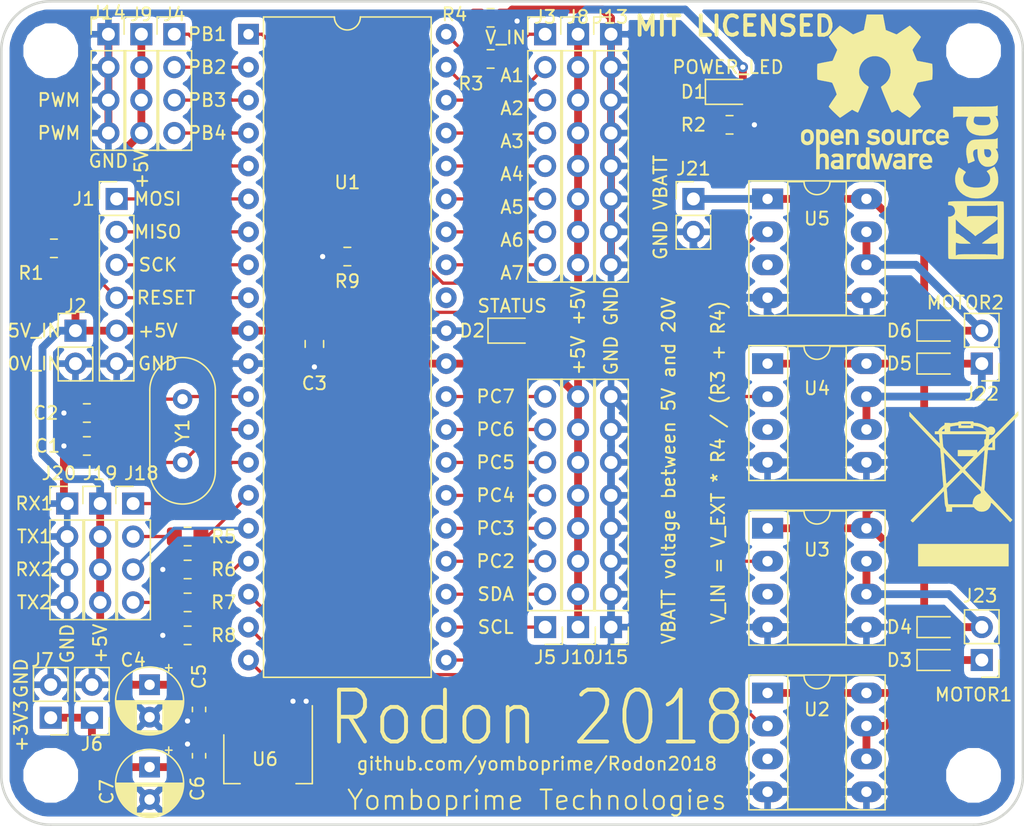
<source format=kicad_pcb>
(kicad_pcb (version 20171130) (host pcbnew 5.0.1-33cea8e~68~ubuntu18.04.1)
  (layers (0 F.Cu signal) (31 B.Cu signal) (34 B.Paste user) (35 F.Paste user) (36 B.SilkS user) (37 F.SilkS user) (38 B.Mask user) (39 F.Mask user) (44 Edge.Cuts user))
  (net 0 "")
  (net 1 GND)
  (net 2 "Net-(C1-Pad1)")
  (net 3 "Net-(C2-Pad1)")
  (net 4 +5V)
  (net 5 "Net-(D1-Pad1)")
  (net 6 "Net-(D2-Pad1)")
  (net 7 STATUS_LED)
  (net 8 +BATT)
  (net 9 "Net-(D3-Pad2)")
  (net 10 "Net-(D4-Pad2)")
  (net 11 "Net-(D5-Pad2)")
  (net 12 "Net-(D6-Pad2)")
  (net 13 MOSI)
  (net 14 MISO)
  (net 15 SCK)
  (net 16 RESET)
  (net 17 V_EXT)
  (net 18 "Net-(J3-Pad2)")
  (net 19 "Net-(J3-Pad3)")
  (net 20 "Net-(J3-Pad4)")
  (net 21 "Net-(J3-Pad5)")
  (net 22 "Net-(J3-Pad6)")
  (net 23 "Net-(J3-Pad7)")
  (net 24 "Net-(J3-Pad8)")
  (net 25 "Net-(J4-Pad1)")
  (net 26 "Net-(J4-Pad2)")
  (net 27 "Net-(J4-Pad3)")
  (net 28 "Net-(J4-Pad4)")
  (net 29 "Net-(J5-Pad1)")
  (net 30 "Net-(J5-Pad2)")
  (net 31 TX2)
  (net 32 RX2)
  (net 33 TX1)
  (net 34 RX1)
  (net 35 V_IN)
  (net 36 TX1_INT)
  (net 37 TX2_INT)
  (net 38 MOTOR1A)
  (net 39 MOTOR1B)
  (net 40 MOTOR2A)
  (net 41 MOTOR2B)
  (net 42 "Net-(U1-Pad32)")
  (net 43 "Net-(U2-Pad3)")
  (net 44 "Net-(U3-Pad3)")
  (net 45 "Net-(U4-Pad3)")
  (net 46 "Net-(U5-Pad3)")
  (net 47 "Net-(J5-Pad3)")
  (net 48 "Net-(J5-Pad4)")
  (net 49 "Net-(J5-Pad5)")
  (net 50 "Net-(J5-Pad6)")
  (net 51 "Net-(J5-Pad7)")
  (net 52 "Net-(J5-Pad8)")
  (net 53 "Net-(C6-Pad1)")
  (module Package_DIP:DIP-8_W7.62mm_Socket_LongPads (layer F.Cu) (at 133.985 78.74)
    (fp_text reference U4 (at 3.81 1.905) (layer F.SilkS))
    (fp_text value TC4422)
    (pad 1 thru_hole rect (at 0 0) (size 2.4 1.6) (drill 0.8) (layers *.Cu *.Mask) (net 8 +BATT))
    (pad 5 thru_hole oval (at 7.62 7.62) (size 2.4 1.6) (drill 0.8) (layers *.Cu *.Mask) (net 1 GND))
    (pad 2 thru_hole oval (at 0 2.54) (size 2.4 1.6) (drill 0.8) (layers *.Cu *.Mask) (net 40 MOTOR2A))
    (pad 6 thru_hole oval (at 7.62 5.08) (size 2.4 1.6) (drill 0.8) (layers *.Cu *.Mask) (net 11 "Net-(D5-Pad2)"))
    (pad 3 thru_hole oval (at 0 5.08) (size 2.4 1.6) (drill 0.8) (layers *.Cu *.Mask) (net 45 "Net-(U4-Pad3)"))
    (pad 7 thru_hole oval (at 7.62 2.54) (size 2.4 1.6) (drill 0.8) (layers *.Cu *.Mask) (net 11 "Net-(D5-Pad2)"))
    (pad 4 thru_hole oval (at 0 7.62) (size 2.4 1.6) (drill 0.8) (layers *.Cu *.Mask) (net 1 GND))
    (pad 8 thru_hole oval (at 7.62 0) (size 2.4 1.6) (drill 0.8) (layers *.Cu *.Mask) (net 8 +BATT))
  )
  (module Capacitor_SMD:C_0805_2012Metric_Pad1.15x1.40mm_HandSolder (layer F.Cu) (at 81.525 85.09 180)
    (fp_text reference C1 (at 3.039 0 180) (layer F.SilkS))
    (fp_text value 22pF)
    (pad 2 smd roundrect (at 1.025 0 180) (size 1.15 1.4) (layers F.Cu F.Paste F.Mask) (roundrect_rratio 0.217391) (net 1 GND))
    (pad 1 smd roundrect (at -1.025 0 180) (size 1.15 1.4) (layers F.Cu F.Paste F.Mask) (roundrect_rratio 0.217391) (net 2 "Net-(C1-Pad1)"))
  )
  (module Capacitor_SMD:C_0805_2012Metric_Pad1.15x1.40mm_HandSolder (layer F.Cu) (at 81.525 82.55 180)
    (fp_text reference C2 (at 3.166 0 180) (layer F.SilkS))
    (fp_text value 22pF)
    (pad 1 smd roundrect (at -1.025 0 180) (size 1.15 1.4) (layers F.Cu F.Paste F.Mask) (roundrect_rratio 0.217391) (net 3 "Net-(C2-Pad1)"))
    (pad 2 smd roundrect (at 1.025 0 180) (size 1.15 1.4) (layers F.Cu F.Paste F.Mask) (roundrect_rratio 0.217391) (net 1 GND))
  )
  (module Capacitor_SMD:C_0805_2012Metric_Pad1.15x1.40mm_HandSolder (layer F.Cu) (at 99.06 77.225 270)
    (fp_text reference C3 (at 3.039 0 180) (layer F.SilkS))
    (fp_text value 100nF)
    (pad 1 smd roundrect (at -1.025 0 270) (size 1.15 1.4) (layers F.Cu F.Paste F.Mask) (roundrect_rratio 0.217391) (net 4 +5V))
    (pad 2 smd roundrect (at 1.025 0 270) (size 1.15 1.4) (layers F.Cu F.Paste F.Mask) (roundrect_rratio 0.217391) (net 1 GND))
  )
  (module Diode_SMD:D_0805_2012Metric_Pad1.15x1.40mm_HandSolder (layer F.Cu) (at 131.055 57.785)
    (fp_text reference D1 (at -2.785 0) (layer F.SilkS))
    (fp_text value POWER_LED)
    (pad 2 smd roundrect (at 1.025 0) (size 1.15 1.4) (layers F.Cu F.Paste F.Mask) (roundrect_rratio 0.217391) (net 4 +5V))
    (pad 1 smd roundrect (at -1.025 0) (size 1.15 1.4) (layers F.Cu F.Paste F.Mask) (roundrect_rratio 0.217391) (net 5 "Net-(D1-Pad1)"))
  )
  (module Diode_SMD:D_0805_2012Metric_Pad1.15x1.40mm_HandSolder (layer F.Cu) (at 114.3 76.2)
    (fp_text reference D2 (at -3.075 0) (layer F.SilkS))
    (fp_text value STATUS_LED)
    (pad 1 smd roundrect (at -1.025 0) (size 1.15 1.4) (layers F.Cu F.Paste F.Mask) (roundrect_rratio 0.217391) (net 6 "Net-(D2-Pad1)"))
    (pad 2 smd roundrect (at 1.025 0) (size 1.15 1.4) (layers F.Cu F.Paste F.Mask) (roundrect_rratio 0.217391) (net 7 STATUS_LED))
  )
  (module Diode_SMD:D_SOD-110 (layer F.Cu) (at 147.005 101.6)
    (fp_text reference D3 (at -2.86 0) (layer F.SilkS))
    (fp_text value D hide)
    (pad 1 smd rect (at -0.95 0) (size 0.8 1) (layers F.Cu F.Paste F.Mask) (net 8 +BATT))
    (pad 2 smd rect (at 0.95 0) (size 0.8 1) (layers F.Cu F.Paste F.Mask) (net 9 "Net-(D3-Pad2)"))
  )
  (module Diode_SMD:D_SOD-110 (layer F.Cu) (at 147.005 99.06)
    (fp_text reference D4 (at -2.86 0) (layer F.SilkS))
    (fp_text value D hide)
    (pad 2 smd rect (at 0.95 0) (size 0.8 1) (layers F.Cu F.Paste F.Mask) (net 10 "Net-(D4-Pad2)"))
    (pad 1 smd rect (at -0.95 0) (size 0.8 1) (layers F.Cu F.Paste F.Mask) (net 8 +BATT))
  )
  (module Diode_SMD:D_SOD-110 (layer F.Cu) (at 147.005 78.74)
    (fp_text reference D5 (at -2.86 0) (layer F.SilkS))
    (fp_text value D hide)
    (pad 1 smd rect (at -0.95 0) (size 0.8 1) (layers F.Cu F.Paste F.Mask) (net 8 +BATT))
    (pad 2 smd rect (at 0.95 0) (size 0.8 1) (layers F.Cu F.Paste F.Mask) (net 11 "Net-(D5-Pad2)"))
  )
  (module Diode_SMD:D_SOD-110 (layer F.Cu) (at 147.005 76.2)
    (fp_text reference D6 (at -2.86 0) (layer F.SilkS))
    (fp_text value D hide)
    (pad 2 smd rect (at 0.95 0) (size 0.8 1) (layers F.Cu F.Paste F.Mask) (net 12 "Net-(D6-Pad2)"))
    (pad 1 smd rect (at -0.95 0) (size 0.8 1) (layers F.Cu F.Paste F.Mask) (net 8 +BATT))
  )
  (module Connector_PinHeader_2.54mm:PinHeader_1x06_P2.54mm_Vertical (layer F.Cu) (at 83.82 66.04)
    (fp_text reference J1 (at -2.54 0) (layer F.SilkS))
    (fp_text value PROG_CONN)
    (pad 1 thru_hole rect (at 0 0) (size 1.7 1.7) (drill 1) (layers *.Cu *.Mask) (net 13 MOSI))
    (pad 2 thru_hole oval (at 0 2.54) (size 1.7 1.7) (drill 1) (layers *.Cu *.Mask) (net 14 MISO))
    (pad 3 thru_hole oval (at 0 5.08) (size 1.7 1.7) (drill 1) (layers *.Cu *.Mask) (net 15 SCK))
    (pad 4 thru_hole oval (at 0 7.62) (size 1.7 1.7) (drill 1) (layers *.Cu *.Mask) (net 16 RESET))
    (pad 5 thru_hole oval (at 0 10.16) (size 1.7 1.7) (drill 1) (layers *.Cu *.Mask) (net 4 +5V))
    (pad 6 thru_hole oval (at 0 12.7) (size 1.7 1.7) (drill 1) (layers *.Cu *.Mask) (net 1 GND))
  )
  (module Connector_PinHeader_2.54mm:PinHeader_1x02_P2.54mm_Vertical (layer F.Cu) (at 80.645 76.2)
    (fp_text reference J2 (at 0 -1.905) (layer F.SilkS))
    (fp_text value 5V_CONN)
    (pad 2 thru_hole oval (at 0 2.54) (size 1.7 1.7) (drill 1) (layers *.Cu *.Mask) (net 1 GND))
    (pad 1 thru_hole rect (at 0 0) (size 1.7 1.7) (drill 1) (layers *.Cu *.Mask) (net 4 +5V))
  )
  (module Connector_PinHeader_2.54mm:PinHeader_1x08_P2.54mm_Vertical (layer F.Cu) (at 116.84 53.34)
    (fp_text reference J3 (at 0 -1.33) (layer F.SilkS))
    (fp_text value PA hide)
    (pad 1 thru_hole rect (at 0 0) (size 1.7 1.7) (drill 1) (layers *.Cu *.Mask) (net 17 V_EXT))
    (pad 2 thru_hole oval (at 0 2.54) (size 1.7 1.7) (drill 1) (layers *.Cu *.Mask) (net 18 "Net-(J3-Pad2)"))
    (pad 3 thru_hole oval (at 0 5.08) (size 1.7 1.7) (drill 1) (layers *.Cu *.Mask) (net 19 "Net-(J3-Pad3)"))
    (pad 4 thru_hole oval (at 0 7.62) (size 1.7 1.7) (drill 1) (layers *.Cu *.Mask) (net 20 "Net-(J3-Pad4)"))
    (pad 5 thru_hole oval (at 0 10.16) (size 1.7 1.7) (drill 1) (layers *.Cu *.Mask) (net 21 "Net-(J3-Pad5)"))
    (pad 6 thru_hole oval (at 0 12.7) (size 1.7 1.7) (drill 1) (layers *.Cu *.Mask) (net 22 "Net-(J3-Pad6)"))
    (pad 7 thru_hole oval (at 0 15.24) (size 1.7 1.7) (drill 1) (layers *.Cu *.Mask) (net 23 "Net-(J3-Pad7)"))
    (pad 8 thru_hole oval (at 0 17.78) (size 1.7 1.7) (drill 1) (layers *.Cu *.Mask) (net 24 "Net-(J3-Pad8)"))
  )
  (module Connector_PinHeader_2.54mm:PinHeader_1x04_P2.54mm_Vertical (layer F.Cu) (at 88.265 53.34)
    (fp_text reference J4 (at 0 -1.524) (layer F.SilkS))
    (fp_text value PB hide)
    (pad 1 thru_hole rect (at 0 0) (size 1.7 1.7) (drill 1) (layers *.Cu *.Mask) (net 25 "Net-(J4-Pad1)"))
    (pad 2 thru_hole oval (at 0 2.54) (size 1.7 1.7) (drill 1) (layers *.Cu *.Mask) (net 26 "Net-(J4-Pad2)"))
    (pad 3 thru_hole oval (at 0 5.08) (size 1.7 1.7) (drill 1) (layers *.Cu *.Mask) (net 27 "Net-(J4-Pad3)"))
    (pad 4 thru_hole oval (at 0 7.62) (size 1.7 1.7) (drill 1) (layers *.Cu *.Mask) (net 28 "Net-(J4-Pad4)"))
  )
  (module Connector_PinHeader_2.54mm:PinHeader_1x08_P2.54mm_Vertical (layer F.Cu) (at 119.38 53.34)
    (fp_text reference J8 (at 0 -1.33) (layer F.SilkS))
    (fp_text value PA_5V hide)
    (pad 8 thru_hole oval (at 0 17.78) (size 1.7 1.7) (drill 1) (layers *.Cu *.Mask) (net 4 +5V))
    (pad 7 thru_hole oval (at 0 15.24) (size 1.7 1.7) (drill 1) (layers *.Cu *.Mask) (net 4 +5V))
    (pad 6 thru_hole oval (at 0 12.7) (size 1.7 1.7) (drill 1) (layers *.Cu *.Mask) (net 4 +5V))
    (pad 5 thru_hole oval (at 0 10.16) (size 1.7 1.7) (drill 1) (layers *.Cu *.Mask) (net 4 +5V))
    (pad 4 thru_hole oval (at 0 7.62) (size 1.7 1.7) (drill 1) (layers *.Cu *.Mask) (net 4 +5V))
    (pad 3 thru_hole oval (at 0 5.08) (size 1.7 1.7) (drill 1) (layers *.Cu *.Mask) (net 4 +5V))
    (pad 2 thru_hole oval (at 0 2.54) (size 1.7 1.7) (drill 1) (layers *.Cu *.Mask) (net 4 +5V))
    (pad 1 thru_hole rect (at 0 0) (size 1.7 1.7) (drill 1) (layers *.Cu *.Mask) (net 4 +5V))
  )
  (module Connector_PinHeader_2.54mm:PinHeader_1x04_P2.54mm_Vertical (layer F.Cu) (at 85.725 53.34)
    (fp_text reference J9 (at 0 -1.524) (layer F.SilkS))
    (fp_text value PB_5V hide)
    (pad 4 thru_hole oval (at 0 7.62) (size 1.7 1.7) (drill 1) (layers *.Cu *.Mask) (net 4 +5V))
    (pad 3 thru_hole oval (at 0 5.08) (size 1.7 1.7) (drill 1) (layers *.Cu *.Mask) (net 4 +5V))
    (pad 2 thru_hole oval (at 0 2.54) (size 1.7 1.7) (drill 1) (layers *.Cu *.Mask) (net 4 +5V))
    (pad 1 thru_hole rect (at 0 0) (size 1.7 1.7) (drill 1) (layers *.Cu *.Mask) (net 4 +5V))
  )
  (module Connector_PinHeader_2.54mm:PinHeader_1x08_P2.54mm_Vertical (layer F.Cu) (at 121.92 53.34)
    (fp_text reference J13 (at 0 -1.33) (layer F.SilkS))
    (fp_text value PA_GND hide)
    (pad 1 thru_hole rect (at 0 0) (size 1.7 1.7) (drill 1) (layers *.Cu *.Mask) (net 1 GND))
    (pad 2 thru_hole oval (at 0 2.54) (size 1.7 1.7) (drill 1) (layers *.Cu *.Mask) (net 1 GND))
    (pad 3 thru_hole oval (at 0 5.08) (size 1.7 1.7) (drill 1) (layers *.Cu *.Mask) (net 1 GND))
    (pad 4 thru_hole oval (at 0 7.62) (size 1.7 1.7) (drill 1) (layers *.Cu *.Mask) (net 1 GND))
    (pad 5 thru_hole oval (at 0 10.16) (size 1.7 1.7) (drill 1) (layers *.Cu *.Mask) (net 1 GND))
    (pad 6 thru_hole oval (at 0 12.7) (size 1.7 1.7) (drill 1) (layers *.Cu *.Mask) (net 1 GND))
    (pad 7 thru_hole oval (at 0 15.24) (size 1.7 1.7) (drill 1) (layers *.Cu *.Mask) (net 1 GND))
    (pad 8 thru_hole oval (at 0 17.78) (size 1.7 1.7) (drill 1) (layers *.Cu *.Mask) (net 1 GND))
  )
  (module Connector_PinHeader_2.54mm:PinHeader_1x04_P2.54mm_Vertical (layer F.Cu) (at 83.185 53.34)
    (fp_text reference J14 (at 0 -1.651) (layer F.SilkS))
    (fp_text value PB_GND hide)
    (pad 1 thru_hole rect (at 0 0) (size 1.7 1.7) (drill 1) (layers *.Cu *.Mask) (net 1 GND))
    (pad 2 thru_hole oval (at 0 2.54) (size 1.7 1.7) (drill 1) (layers *.Cu *.Mask) (net 1 GND))
    (pad 3 thru_hole oval (at 0 5.08) (size 1.7 1.7) (drill 1) (layers *.Cu *.Mask) (net 1 GND))
    (pad 4 thru_hole oval (at 0 7.62) (size 1.7 1.7) (drill 1) (layers *.Cu *.Mask) (net 1 GND))
  )
  (module Connector_PinHeader_2.54mm:PinHeader_1x04_P2.54mm_Vertical (layer F.Cu) (at 85.09 89.535)
    (fp_text reference J18 (at 0.635 -2.33) (layer F.SilkS))
    (fp_text value COM)
    (pad 4 thru_hole oval (at 0 7.62) (size 1.7 1.7) (drill 1) (layers *.Cu *.Mask) (net 31 TX2))
    (pad 3 thru_hole oval (at 0 5.08) (size 1.7 1.7) (drill 1) (layers *.Cu *.Mask) (net 32 RX2))
    (pad 2 thru_hole oval (at 0 2.54) (size 1.7 1.7) (drill 1) (layers *.Cu *.Mask) (net 33 TX1))
    (pad 1 thru_hole rect (at 0 0) (size 1.7 1.7) (drill 1) (layers *.Cu *.Mask) (net 34 RX1))
  )
  (module Connector_PinHeader_2.54mm:PinHeader_1x04_P2.54mm_Vertical (layer F.Cu) (at 82.55 89.535)
    (fp_text reference J19 (at 0 -2.33) (layer F.SilkS))
    (fp_text value COM_5V hide)
    (pad 1 thru_hole rect (at 0 0) (size 1.7 1.7) (drill 1) (layers *.Cu *.Mask) (net 4 +5V))
    (pad 2 thru_hole oval (at 0 2.54) (size 1.7 1.7) (drill 1) (layers *.Cu *.Mask) (net 4 +5V))
    (pad 3 thru_hole oval (at 0 5.08) (size 1.7 1.7) (drill 1) (layers *.Cu *.Mask) (net 4 +5V))
    (pad 4 thru_hole oval (at 0 7.62) (size 1.7 1.7) (drill 1) (layers *.Cu *.Mask) (net 4 +5V))
  )
  (module Connector_PinHeader_2.54mm:PinHeader_1x04_P2.54mm_Vertical (layer F.Cu) (at 80.01 89.535)
    (fp_text reference J20 (at -0.635 -2.33) (layer F.SilkS))
    (fp_text value COM_GND hide)
    (pad 4 thru_hole oval (at 0 7.62) (size 1.7 1.7) (drill 1) (layers *.Cu *.Mask) (net 1 GND))
    (pad 3 thru_hole oval (at 0 5.08) (size 1.7 1.7) (drill 1) (layers *.Cu *.Mask) (net 1 GND))
    (pad 2 thru_hole oval (at 0 2.54) (size 1.7 1.7) (drill 1) (layers *.Cu *.Mask) (net 1 GND))
    (pad 1 thru_hole rect (at 0 0) (size 1.7 1.7) (drill 1) (layers *.Cu *.Mask) (net 1 GND))
  )
  (module Connector_PinHeader_2.54mm:PinHeader_1x02_P2.54mm_Vertical (layer F.Cu) (at 128.27 66.04)
    (fp_text reference J21 (at 0 -2.33) (layer F.SilkS))
    (fp_text value POWER_CONN)
    (pad 1 thru_hole rect (at 0 0) (size 1.7 1.7) (drill 1) (layers *.Cu *.Mask) (net 8 +BATT))
    (pad 2 thru_hole oval (at 0 2.54) (size 1.7 1.7) (drill 1) (layers *.Cu *.Mask) (net 1 GND))
  )
  (module Connector_PinHeader_2.54mm:PinHeader_1x02_P2.54mm_Vertical (layer F.Cu) (at 150.495 78.74 180)
    (fp_text reference J22 (at 0 -2.33 180) (layer F.SilkS))
    (fp_text value MOTOR2)
    (pad 1 thru_hole rect (at 0 0 180) (size 1.7 1.7) (drill 1) (layers *.Cu *.Mask) (net 11 "Net-(D5-Pad2)"))
    (pad 2 thru_hole oval (at 0 2.54 180) (size 1.7 1.7) (drill 1) (layers *.Cu *.Mask) (net 12 "Net-(D6-Pad2)"))
  )
  (module Connector_PinHeader_2.54mm:PinHeader_1x02_P2.54mm_Vertical (layer F.Cu) (at 150.495 101.6 180)
    (fp_text reference J23 (at 0.127 4.953 180) (layer F.SilkS))
    (fp_text value MOTOR1)
    (pad 2 thru_hole oval (at 0 2.54 180) (size 1.7 1.7) (drill 1) (layers *.Cu *.Mask) (net 10 "Net-(D4-Pad2)"))
    (pad 1 thru_hole rect (at 0 0 180) (size 1.7 1.7) (drill 1) (layers *.Cu *.Mask) (net 9 "Net-(D3-Pad2)"))
  )
  (module Resistor_SMD:R_0805_2012Metric_Pad1.15x1.40mm_HandSolder (layer F.Cu) (at 78.985 69.85 180)
    (fp_text reference R1 (at 1.769 -1.905 180) (layer F.SilkS))
    (fp_text value 10K)
    (pad 1 smd roundrect (at -1.025 0 180) (size 1.15 1.4) (layers F.Cu F.Paste F.Mask) (roundrect_rratio 0.217391) (net 16 RESET))
    (pad 2 smd roundrect (at 1.025 0 180) (size 1.15 1.4) (layers F.Cu F.Paste F.Mask) (roundrect_rratio 0.217391) (net 4 +5V))
  )
  (module Resistor_SMD:R_0805_2012Metric_Pad1.15x1.40mm_HandSolder (layer F.Cu) (at 131.055 60.325 180)
    (fp_text reference R2 (at 2.785 0 180) (layer F.SilkS))
    (fp_text value 330)
    (pad 1 smd roundrect (at -1.025 0 180) (size 1.15 1.4) (layers F.Cu F.Paste F.Mask) (roundrect_rratio 0.217391) (net 1 GND))
    (pad 2 smd roundrect (at 1.025 0 180) (size 1.15 1.4) (layers F.Cu F.Paste F.Mask) (roundrect_rratio 0.217391) (net 5 "Net-(D1-Pad1)"))
  )
  (module Resistor_SMD:R_0805_2012Metric_Pad1.15x1.40mm_HandSolder (layer F.Cu) (at 112.64 55.245 180)
    (fp_text reference R3 (at 1.515 -1.905 180) (layer F.SilkS))
    (fp_text value RA)
    (pad 1 smd roundrect (at -1.025 0 180) (size 1.15 1.4) (layers F.Cu F.Paste F.Mask) (roundrect_rratio 0.217391) (net 17 V_EXT))
    (pad 2 smd roundrect (at 1.025 0 180) (size 1.15 1.4) (layers F.Cu F.Paste F.Mask) (roundrect_rratio 0.217391) (net 35 V_IN))
  )
  (module Resistor_SMD:R_0805_2012Metric_Pad1.15x1.40mm_HandSolder (layer F.Cu) (at 112.64 52.07)
    (fp_text reference R4 (at -2.785 -0.254) (layer F.SilkS))
    (fp_text value RB)
    (pad 2 smd roundrect (at 1.025 0) (size 1.15 1.4) (layers F.Cu F.Paste F.Mask) (roundrect_rratio 0.217391) (net 1 GND))
    (pad 1 smd roundrect (at -1.025 0) (size 1.15 1.4) (layers F.Cu F.Paste F.Mask) (roundrect_rratio 0.217391) (net 35 V_IN))
  )
  (module Resistor_SMD:R_0805_2012Metric_Pad1.15x1.40mm_HandSolder (layer F.Cu) (at 89.29 92.075 180)
    (fp_text reference R5 (at -2.785 0 180) (layer F.SilkS))
    (fp_text value 1K)
    (pad 2 smd roundrect (at 1.025 0 180) (size 1.15 1.4) (layers F.Cu F.Paste F.Mask) (roundrect_rratio 0.217391) (net 33 TX1))
    (pad 1 smd roundrect (at -1.025 0 180) (size 1.15 1.4) (layers F.Cu F.Paste F.Mask) (roundrect_rratio 0.217391) (net 36 TX1_INT))
  )
  (module Resistor_SMD:R_0805_2012Metric_Pad1.15x1.40mm_HandSolder (layer F.Cu) (at 89.29 94.615 180)
    (fp_text reference R6 (at -2.785 0 180) (layer F.SilkS))
    (fp_text value 2K)
    (pad 1 smd roundrect (at -1.025 0 180) (size 1.15 1.4) (layers F.Cu F.Paste F.Mask) (roundrect_rratio 0.217391) (net 33 TX1))
    (pad 2 smd roundrect (at 1.025 0 180) (size 1.15 1.4) (layers F.Cu F.Paste F.Mask) (roundrect_rratio 0.217391) (net 1 GND))
  )
  (module Resistor_SMD:R_0805_2012Metric_Pad1.15x1.40mm_HandSolder (layer F.Cu) (at 89.29 97.155 180)
    (fp_text reference R7 (at -2.785 0 180) (layer F.SilkS))
    (fp_text value 1K)
    (pad 1 smd roundrect (at -1.025 0 180) (size 1.15 1.4) (layers F.Cu F.Paste F.Mask) (roundrect_rratio 0.217391) (net 37 TX2_INT))
    (pad 2 smd roundrect (at 1.025 0 180) (size 1.15 1.4) (layers F.Cu F.Paste F.Mask) (roundrect_rratio 0.217391) (net 31 TX2))
  )
  (module Resistor_SMD:R_0805_2012Metric_Pad1.15x1.40mm_HandSolder (layer F.Cu) (at 89.29 99.695 180)
    (fp_text reference R8 (at -2.785 0 180) (layer F.SilkS))
    (fp_text value 2K)
    (pad 2 smd roundrect (at 1.025 0 180) (size 1.15 1.4) (layers F.Cu F.Paste F.Mask) (roundrect_rratio 0.217391) (net 1 GND))
    (pad 1 smd roundrect (at -1.025 0 180) (size 1.15 1.4) (layers F.Cu F.Paste F.Mask) (roundrect_rratio 0.217391) (net 31 TX2))
  )
  (module Resistor_SMD:R_0805_2012Metric_Pad1.15x1.40mm_HandSolder (layer F.Cu) (at 101.6 70.485)
    (fp_text reference R9 (at 0 1.905) (layer F.SilkS))
    (fp_text value 330)
    (pad 2 smd roundrect (at 1.025 0) (size 1.15 1.4) (layers F.Cu F.Paste F.Mask) (roundrect_rratio 0.217391) (net 6 "Net-(D2-Pad1)"))
    (pad 1 smd roundrect (at -1.025 0) (size 1.15 1.4) (layers F.Cu F.Paste F.Mask) (roundrect_rratio 0.217391) (net 1 GND))
  )
  (module Package_DIP:DIP-40_W15.24mm (layer F.Cu) (at 93.98 53.34)
    (fp_text reference U1 (at 7.62 11.43) (layer F.SilkS))
    (fp_text value ATmega1284P-PU)
    (pad 1 thru_hole rect (at 0 0) (size 1.6 1.6) (drill 0.8) (layers *.Cu *.Mask) (net 7 STATUS_LED))
    (pad 21 thru_hole oval (at 15.24 48.26) (size 1.6 1.6) (drill 0.8) (layers *.Cu *.Mask) (net 41 MOTOR2B))
    (pad 2 thru_hole oval (at 0 2.54) (size 1.6 1.6) (drill 0.8) (layers *.Cu *.Mask) (net 25 "Net-(J4-Pad1)"))
    (pad 22 thru_hole oval (at 15.24 45.72) (size 1.6 1.6) (drill 0.8) (layers *.Cu *.Mask) (net 29 "Net-(J5-Pad1)"))
    (pad 3 thru_hole oval (at 0 5.08) (size 1.6 1.6) (drill 0.8) (layers *.Cu *.Mask) (net 26 "Net-(J4-Pad2)"))
    (pad 23 thru_hole oval (at 15.24 43.18) (size 1.6 1.6) (drill 0.8) (layers *.Cu *.Mask) (net 30 "Net-(J5-Pad2)"))
    (pad 4 thru_hole oval (at 0 7.62) (size 1.6 1.6) (drill 0.8) (layers *.Cu *.Mask) (net 27 "Net-(J4-Pad3)"))
    (pad 24 thru_hole oval (at 15.24 40.64) (size 1.6 1.6) (drill 0.8) (layers *.Cu *.Mask) (net 47 "Net-(J5-Pad3)"))
    (pad 5 thru_hole oval (at 0 10.16) (size 1.6 1.6) (drill 0.8) (layers *.Cu *.Mask) (net 28 "Net-(J4-Pad4)"))
    (pad 25 thru_hole oval (at 15.24 38.1) (size 1.6 1.6) (drill 0.8) (layers *.Cu *.Mask) (net 48 "Net-(J5-Pad4)"))
    (pad 6 thru_hole oval (at 0 12.7) (size 1.6 1.6) (drill 0.8) (layers *.Cu *.Mask) (net 13 MOSI))
    (pad 26 thru_hole oval (at 15.24 35.56) (size 1.6 1.6) (drill 0.8) (layers *.Cu *.Mask) (net 49 "Net-(J5-Pad5)"))
    (pad 7 thru_hole oval (at 0 15.24) (size 1.6 1.6) (drill 0.8) (layers *.Cu *.Mask) (net 14 MISO))
    (pad 27 thru_hole oval (at 15.24 33.02) (size 1.6 1.6) (drill 0.8) (layers *.Cu *.Mask) (net 50 "Net-(J5-Pad6)"))
    (pad 8 thru_hole oval (at 0 17.78) (size 1.6 1.6) (drill 0.8) (layers *.Cu *.Mask) (net 15 SCK))
    (pad 28 thru_hole oval (at 15.24 30.48) (size 1.6 1.6) (drill 0.8) (layers *.Cu *.Mask) (net 51 "Net-(J5-Pad7)"))
    (pad 9 thru_hole oval (at 0 20.32) (size 1.6 1.6) (drill 0.8) (layers *.Cu *.Mask) (net 16 RESET))
    (pad 29 thru_hole oval (at 15.24 27.94) (size 1.6 1.6) (drill 0.8) (layers *.Cu *.Mask) (net 52 "Net-(J5-Pad8)"))
    (pad 10 thru_hole oval (at 0 22.86) (size 1.6 1.6) (drill 0.8) (layers *.Cu *.Mask) (net 4 +5V))
    (pad 30 thru_hole oval (at 15.24 25.4) (size 1.6 1.6) (drill 0.8) (layers *.Cu *.Mask) (net 4 +5V))
    (pad 11 thru_hole oval (at 0 25.4) (size 1.6 1.6) (drill 0.8) (layers *.Cu *.Mask) (net 1 GND))
    (pad 31 thru_hole oval (at 15.24 22.86) (size 1.6 1.6) (drill 0.8) (layers *.Cu *.Mask) (net 1 GND))
    (pad 12 thru_hole oval (at 0 27.94) (size 1.6 1.6) (drill 0.8) (layers *.Cu *.Mask) (net 3 "Net-(C2-Pad1)"))
    (pad 32 thru_hole oval (at 15.24 20.32) (size 1.6 1.6) (drill 0.8) (layers *.Cu *.Mask) (net 42 "Net-(U1-Pad32)"))
    (pad 13 thru_hole oval (at 0 30.48) (size 1.6 1.6) (drill 0.8) (layers *.Cu *.Mask) (net 2 "Net-(C1-Pad1)"))
    (pad 33 thru_hole oval (at 15.24 17.78) (size 1.6 1.6) (drill 0.8) (layers *.Cu *.Mask) (net 24 "Net-(J3-Pad8)"))
    (pad 14 thru_hole oval (at 0 33.02) (size 1.6 1.6) (drill 0.8) (layers *.Cu *.Mask) (net 34 RX1))
    (pad 34 thru_hole oval (at 15.24 15.24) (size 1.6 1.6) (drill 0.8) (layers *.Cu *.Mask) (net 23 "Net-(J3-Pad7)"))
    (pad 15 thru_hole oval (at 0 35.56) (size 1.6 1.6) (drill 0.8) (layers *.Cu *.Mask) (net 36 TX1_INT))
    (pad 35 thru_hole oval (at 15.24 12.7) (size 1.6 1.6) (drill 0.8) (layers *.Cu *.Mask) (net 22 "Net-(J3-Pad6)"))
    (pad 16 thru_hole oval (at 0 38.1) (size 1.6 1.6) (drill 0.8) (layers *.Cu *.Mask) (net 32 RX2))
    (pad 36 thru_hole oval (at 15.24 10.16) (size 1.6 1.6) (drill 0.8) (layers *.Cu *.Mask) (net 21 "Net-(J3-Pad5)"))
    (pad 17 thru_hole oval (at 0 40.64) (size 1.6 1.6) (drill 0.8) (layers *.Cu *.Mask) (net 37 TX2_INT))
    (pad 37 thru_hole oval (at 15.24 7.62) (size 1.6 1.6) (drill 0.8) (layers *.Cu *.Mask) (net 20 "Net-(J3-Pad4)"))
    (pad 18 thru_hole oval (at 0 43.18) (size 1.6 1.6) (drill 0.8) (layers *.Cu *.Mask) (net 40 MOTOR2A))
    (pad 38 thru_hole oval (at 15.24 5.08) (size 1.6 1.6) (drill 0.8) (layers *.Cu *.Mask) (net 19 "Net-(J3-Pad3)"))
    (pad 19 thru_hole oval (at 0 45.72) (size 1.6 1.6) (drill 0.8) (layers *.Cu *.Mask) (net 39 MOTOR1B))
    (pad 39 thru_hole oval (at 15.24 2.54) (size 1.6 1.6) (drill 0.8) (layers *.Cu *.Mask) (net 18 "Net-(J3-Pad2)"))
    (pad 20 thru_hole oval (at 0 48.26) (size 1.6 1.6) (drill 0.8) (layers *.Cu *.Mask) (net 38 MOTOR1A))
    (pad 40 thru_hole oval (at 15.24 0) (size 1.6 1.6) (drill 0.8) (layers *.Cu *.Mask) (net 35 V_IN))
  )
  (module Crystal:Crystal_HC49-U_Vertical (layer F.Cu) (at 88.9 86.36 90)
    (fp_text reference Y1 (at 2.44 0 90) (layer F.SilkS))
    (fp_text value 16MHz)
    (pad 1 thru_hole circle (at 0 0 90) (size 1.5 1.5) (drill 0.8) (layers *.Cu *.Mask) (net 2 "Net-(C1-Pad1)"))
    (pad 2 thru_hole circle (at 4.88 0 90) (size 1.5 1.5) (drill 0.8) (layers *.Cu *.Mask) (net 3 "Net-(C2-Pad1)"))
  )
  (module MountingHole:MountingHole_3.2mm_M3_ISO14580 (layer F.Cu) (at 78.74 54.61)
    (fp_text reference REF** hide)
    (fp_text value MountingHole_3.2mm_M3_ISO14580 hide)
    (pad 1 np_thru_hole circle (at 0 0) (size 3.2 3.2) (drill 3.2) (layers *.Cu *.Mask))
  )
  (module MountingHole:MountingHole_3.2mm_M3_ISO14580 (layer F.Cu) (at 78.74 110.49)
    (fp_text reference REF** hide)
    (fp_text value MountingHole_3.2mm_M3_ISO14580 hide)
    (pad 1 np_thru_hole circle (at 0 0) (size 3.2 3.2) (drill 3.2) (layers *.Cu *.Mask))
  )
  (module MountingHole:MountingHole_3.2mm_M3_ISO14580 (layer F.Cu) (at 149.86 110.49)
    (fp_text reference REF** hide)
    (fp_text value MountingHole_3.2mm_M3_ISO14580 hide)
    (pad 1 np_thru_hole circle (at 0 0) (size 3.2 3.2) (drill 3.2) (layers *.Cu *.Mask))
  )
  (module MountingHole:MountingHole_3.2mm_M3_ISO14580 (layer F.Cu) (at 149.86 54.61)
    (fp_text reference REF** hide)
    (fp_text value MountingHole_3.2mm_M3_ISO14580 hide)
    (pad 1 np_thru_hole circle (at 0 0) (size 3.2 3.2) (drill 3.2) (layers *.Cu *.Mask))
  )
  (module Symbol:OSHW-Logo_11.4x12mm_SilkScreen (layer F.Cu) (at 142.24 57.785)
    (fp_text reference REF** hide)
    (fp_text value OSHW-Logo_11.4x12mm_SilkScreen hide)
  )
  (module Symbol:Symbol_KiCAD-Logo_CopperAndSilkScreenTop (layer F.Cu) (at 149.86 64.77 90)
    (fp_text reference REF** hide)
    (fp_text value "KiCAD Logo" hide)
  )
  (module Symbol:WEEE-Logo_8.4x12mm_SilkScreen (layer F.Cu) (at 149.098 88.392)
    (fp_text reference REF** hide)
    (fp_text value WEEE-Logo_8.4x12mm_SilkScreen hide)
  )
  (module Connector_PinHeader_2.54mm:PinHeader_1x08_P2.54mm_Vertical (layer F.Cu) (at 116.84 99.06 180)
    (fp_text reference J5 (at 0 -2.33 180) (layer F.SilkS))
    (fp_text value PC)
    (pad 1 thru_hole rect (at 0 0 180) (size 1.7 1.7) (drill 1) (layers *.Cu *.Mask) (net 29 "Net-(J5-Pad1)"))
    (pad 2 thru_hole oval (at 0 2.54 180) (size 1.7 1.7) (drill 1) (layers *.Cu *.Mask) (net 30 "Net-(J5-Pad2)"))
    (pad 3 thru_hole oval (at 0 5.08 180) (size 1.7 1.7) (drill 1) (layers *.Cu *.Mask) (net 47 "Net-(J5-Pad3)"))
    (pad 4 thru_hole oval (at 0 7.62 180) (size 1.7 1.7) (drill 1) (layers *.Cu *.Mask) (net 48 "Net-(J5-Pad4)"))
    (pad 5 thru_hole oval (at 0 10.16 180) (size 1.7 1.7) (drill 1) (layers *.Cu *.Mask) (net 49 "Net-(J5-Pad5)"))
    (pad 6 thru_hole oval (at 0 12.7 180) (size 1.7 1.7) (drill 1) (layers *.Cu *.Mask) (net 50 "Net-(J5-Pad6)"))
    (pad 7 thru_hole oval (at 0 15.24 180) (size 1.7 1.7) (drill 1) (layers *.Cu *.Mask) (net 51 "Net-(J5-Pad7)"))
    (pad 8 thru_hole oval (at 0 17.78 180) (size 1.7 1.7) (drill 1) (layers *.Cu *.Mask) (net 52 "Net-(J5-Pad8)"))
  )
  (module Connector_PinHeader_2.54mm:PinHeader_1x08_P2.54mm_Vertical (layer F.Cu) (at 119.38 99.06 180)
    (fp_text reference J10 (at 0 -2.33 180) (layer F.SilkS))
    (fp_text value PC_5V)
    (pad 1 thru_hole rect (at 0 0 180) (size 1.7 1.7) (drill 1) (layers *.Cu *.Mask) (net 4 +5V))
    (pad 2 thru_hole oval (at 0 2.54 180) (size 1.7 1.7) (drill 1) (layers *.Cu *.Mask) (net 4 +5V))
    (pad 3 thru_hole oval (at 0 5.08 180) (size 1.7 1.7) (drill 1) (layers *.Cu *.Mask) (net 4 +5V))
    (pad 4 thru_hole oval (at 0 7.62 180) (size 1.7 1.7) (drill 1) (layers *.Cu *.Mask) (net 4 +5V))
    (pad 5 thru_hole oval (at 0 10.16 180) (size 1.7 1.7) (drill 1) (layers *.Cu *.Mask) (net 4 +5V))
    (pad 6 thru_hole oval (at 0 12.7 180) (size 1.7 1.7) (drill 1) (layers *.Cu *.Mask) (net 4 +5V))
    (pad 7 thru_hole oval (at 0 15.24 180) (size 1.7 1.7) (drill 1) (layers *.Cu *.Mask) (net 4 +5V))
    (pad 8 thru_hole oval (at 0 17.78 180) (size 1.7 1.7) (drill 1) (layers *.Cu *.Mask) (net 4 +5V))
  )
  (module Connector_PinHeader_2.54mm:PinHeader_1x08_P2.54mm_Vertical (layer F.Cu) (at 121.92 99.06 180)
    (fp_text reference J15 (at 0 -2.33 180) (layer F.SilkS))
    (fp_text value PC_GND)
    (pad 8 thru_hole oval (at 0 17.78 180) (size 1.7 1.7) (drill 1) (layers *.Cu *.Mask) (net 1 GND))
    (pad 7 thru_hole oval (at 0 15.24 180) (size 1.7 1.7) (drill 1) (layers *.Cu *.Mask) (net 1 GND))
    (pad 6 thru_hole oval (at 0 12.7 180) (size 1.7 1.7) (drill 1) (layers *.Cu *.Mask) (net 1 GND))
    (pad 5 thru_hole oval (at 0 10.16 180) (size 1.7 1.7) (drill 1) (layers *.Cu *.Mask) (net 1 GND))
    (pad 4 thru_hole oval (at 0 7.62 180) (size 1.7 1.7) (drill 1) (layers *.Cu *.Mask) (net 1 GND))
    (pad 3 thru_hole oval (at 0 5.08 180) (size 1.7 1.7) (drill 1) (layers *.Cu *.Mask) (net 1 GND))
    (pad 2 thru_hole oval (at 0 2.54 180) (size 1.7 1.7) (drill 1) (layers *.Cu *.Mask) (net 1 GND))
    (pad 1 thru_hole rect (at 0 0 180) (size 1.7 1.7) (drill 1) (layers *.Cu *.Mask) (net 1 GND))
  )
  (module Package_DIP:DIP-8_W7.62mm_Socket_LongPads (layer F.Cu) (at 133.985 104.14)
    (fp_text reference U2 (at 3.81 1.27) (layer F.SilkS))
    (fp_text value TC4422)
    (pad 1 thru_hole rect (at 0 0) (size 2.4 1.6) (drill 0.8) (layers *.Cu *.Mask) (net 8 +BATT))
    (pad 5 thru_hole oval (at 7.62 7.62) (size 2.4 1.6) (drill 0.8) (layers *.Cu *.Mask) (net 1 GND))
    (pad 2 thru_hole oval (at 0 2.54) (size 2.4 1.6) (drill 0.8) (layers *.Cu *.Mask) (net 38 MOTOR1A))
    (pad 6 thru_hole oval (at 7.62 5.08) (size 2.4 1.6) (drill 0.8) (layers *.Cu *.Mask) (net 9 "Net-(D3-Pad2)"))
    (pad 3 thru_hole oval (at 0 5.08) (size 2.4 1.6) (drill 0.8) (layers *.Cu *.Mask) (net 43 "Net-(U2-Pad3)"))
    (pad 7 thru_hole oval (at 7.62 2.54) (size 2.4 1.6) (drill 0.8) (layers *.Cu *.Mask) (net 9 "Net-(D3-Pad2)"))
    (pad 4 thru_hole oval (at 0 7.62) (size 2.4 1.6) (drill 0.8) (layers *.Cu *.Mask) (net 1 GND))
    (pad 8 thru_hole oval (at 7.62 0) (size 2.4 1.6) (drill 0.8) (layers *.Cu *.Mask) (net 8 +BATT))
  )
  (module Package_DIP:DIP-8_W7.62mm_Socket_LongPads (layer F.Cu) (at 133.985 91.44)
    (fp_text reference U3 (at 3.81 1.651) (layer F.SilkS))
    (fp_text value TC4422)
    (pad 8 thru_hole oval (at 7.62 0) (size 2.4 1.6) (drill 0.8) (layers *.Cu *.Mask) (net 8 +BATT))
    (pad 4 thru_hole oval (at 0 7.62) (size 2.4 1.6) (drill 0.8) (layers *.Cu *.Mask) (net 1 GND))
    (pad 7 thru_hole oval (at 7.62 2.54) (size 2.4 1.6) (drill 0.8) (layers *.Cu *.Mask) (net 10 "Net-(D4-Pad2)"))
    (pad 3 thru_hole oval (at 0 5.08) (size 2.4 1.6) (drill 0.8) (layers *.Cu *.Mask) (net 44 "Net-(U3-Pad3)"))
    (pad 6 thru_hole oval (at 7.62 5.08) (size 2.4 1.6) (drill 0.8) (layers *.Cu *.Mask) (net 10 "Net-(D4-Pad2)"))
    (pad 2 thru_hole oval (at 0 2.54) (size 2.4 1.6) (drill 0.8) (layers *.Cu *.Mask) (net 39 MOTOR1B))
    (pad 5 thru_hole oval (at 7.62 7.62) (size 2.4 1.6) (drill 0.8) (layers *.Cu *.Mask) (net 1 GND))
    (pad 1 thru_hole rect (at 0 0) (size 2.4 1.6) (drill 0.8) (layers *.Cu *.Mask) (net 8 +BATT))
  )
  (module Package_DIP:DIP-8_W7.62mm_Socket_LongPads (layer F.Cu) (at 133.985 66.04)
    (fp_text reference U5 (at 3.81 1.524) (layer F.SilkS))
    (fp_text value TC4422)
    (pad 8 thru_hole oval (at 7.62 0) (size 2.4 1.6) (drill 0.8) (layers *.Cu *.Mask) (net 8 +BATT))
    (pad 4 thru_hole oval (at 0 7.62) (size 2.4 1.6) (drill 0.8) (layers *.Cu *.Mask) (net 1 GND))
    (pad 7 thru_hole oval (at 7.62 2.54) (size 2.4 1.6) (drill 0.8) (layers *.Cu *.Mask) (net 12 "Net-(D6-Pad2)"))
    (pad 3 thru_hole oval (at 0 5.08) (size 2.4 1.6) (drill 0.8) (layers *.Cu *.Mask) (net 46 "Net-(U5-Pad3)"))
    (pad 6 thru_hole oval (at 7.62 5.08) (size 2.4 1.6) (drill 0.8) (layers *.Cu *.Mask) (net 12 "Net-(D6-Pad2)"))
    (pad 2 thru_hole oval (at 0 2.54) (size 2.4 1.6) (drill 0.8) (layers *.Cu *.Mask) (net 41 MOTOR2B))
    (pad 5 thru_hole oval (at 7.62 7.62) (size 2.4 1.6) (drill 0.8) (layers *.Cu *.Mask) (net 1 GND))
    (pad 1 thru_hole rect (at 0 0) (size 2.4 1.6) (drill 0.8) (layers *.Cu *.Mask) (net 8 +BATT))
  )
  (module Capacitor_THT:CP_Radial_D5.0mm_P2.50mm (layer F.Cu) (at 86.36 103.505 270)
    (fp_text reference C4 (at -1.905 1.27 180) (layer F.SilkS))
    (fp_text value 100uF)
    (pad 1 thru_hole rect (at 0 0 270) (size 1.6 1.6) (drill 0.8) (layers *.Cu *.Mask) (net 4 +5V))
    (pad 2 thru_hole circle (at 2.5 0 270) (size 1.6 1.6) (drill 0.8) (layers *.Cu *.Mask) (net 1 GND))
  )
  (module Capacitor_SMD:C_0603_1608Metric_Pad1.05x0.95mm_HandSolder (layer F.Cu) (at 90.17 105.41 270)
    (fp_text reference C5 (at -2.54 0 270) (layer F.SilkS))
    (fp_text value 100nF)
    (pad 1 smd roundrect (at -0.875 0 270) (size 1.05 0.95) (layers F.Cu F.Paste F.Mask) (net 4 +5V))
    (pad 2 smd roundrect (at 0.875 0 270) (size 1.05 0.95) (layers F.Cu F.Paste F.Mask) (net 1 GND))
  )
  (module Capacitor_SMD:C_0603_1608Metric_Pad1.05x0.95mm_HandSolder (layer F.Cu) (at 90.17 108.98 90)
    (fp_text reference C6 (at -2.526 -0.127 90) (layer F.SilkS))
    (fp_text value 100nF)
    (pad 2 smd roundrect (at 0.875 0 90) (size 1.05 0.95) (layers F.Cu F.Paste F.Mask) (net 1 GND))
    (pad 1 smd roundrect (at -0.875 0 90) (size 1.05 0.95) (layers F.Cu F.Paste F.Mask) (net 53 "Net-(C6-Pad1)"))
  )
  (module Connector_PinHeader_2.54mm:PinHeader_1x02_P2.54mm_Vertical (layer F.Cu) (at 81.915 106.045 180)
    (fp_text reference J6 (at 0 -2.032 180) (layer F.SilkS))
    (fp_text value 3V_CONN_1)
    (pad 1 thru_hole rect (at 0 0 180) (size 1.7 1.7) (drill 1) (layers *.Cu *.Mask) (net 53 "Net-(C6-Pad1)"))
    (pad 2 thru_hole oval (at 0 2.54 180) (size 1.7 1.7) (drill 1) (layers *.Cu *.Mask) (net 1 GND))
  )
  (module Connector_PinHeader_2.54mm:PinHeader_1x02_P2.54mm_Vertical (layer F.Cu) (at 78.74 106.045 180)
    (fp_text reference J7 (at 0.635 4.445 180) (layer F.SilkS))
    (fp_text value 3V_CONN_2)
    (pad 2 thru_hole oval (at 0 2.54 180) (size 1.7 1.7) (drill 1) (layers *.Cu *.Mask) (net 1 GND))
    (pad 1 thru_hole rect (at 0 0 180) (size 1.7 1.7) (drill 1) (layers *.Cu *.Mask) (net 53 "Net-(C6-Pad1)"))
  )
  (module Package_TO_SOT_SMD:SOT-223-3_TabPin2 (layer F.Cu) (at 95.49 109.22 270)
    (fp_text reference U6 (at 0.025 0.24 180) (layer F.SilkS))
    (fp_text value AMS1117-3.3)
    (pad 2 smd rect (at 3.15 0 270) (size 2 3.8) (layers F.Cu F.Paste F.Mask) (net 53 "Net-(C6-Pad1)"))
    (pad 2 smd rect (at -3.15 0 270) (size 2 1.5) (layers F.Cu F.Paste F.Mask) (net 53 "Net-(C6-Pad1)"))
    (pad 3 smd rect (at -3.15 2.3 270) (size 2 1.5) (layers F.Cu F.Paste F.Mask) (net 4 +5V))
    (pad 1 smd rect (at -3.15 -2.3 270) (size 2 1.5) (layers F.Cu F.Paste F.Mask) (net 1 GND))
  )
  (module Capacitor_THT:CP_Radial_D5.0mm_P2.50mm (layer F.Cu) (at 86.36 109.855 270)
    (fp_text reference C7 (at 1.905 3.302 270) (layer F.SilkS))
    (fp_text value 100uF)
    (pad 1 thru_hole rect (at 0 0 270) (size 1.6 1.6) (drill 0.8) (layers *.Cu *.Mask) (net 53 "Net-(C6-Pad1)"))
    (pad 2 thru_hole circle (at 2.5 0 270) (size 1.6 1.6) (drill 0.8) (layers *.Cu *.Mask) (net 1 GND))
  )
  (gr_text github.com/yomboprime/Rodon2018 (at 116.205 109.601) (layer F.SilkS) (effects (font (size 1 1))))
  (gr_text PC2 (at 113.03 93.98) (layer F.SilkS) (effects (font (size 1 1))))
  (gr_text PC3 (at 113.03 91.44) (layer F.SilkS) (effects (font (size 1 1))))
  (gr_text PC4 (at 113.03 88.9) (layer F.SilkS) (effects (font (size 1 1))))
  (gr_text PC5 (at 113.03 86.36) (layer F.SilkS) (effects (font (size 1 1))))
  (gr_text +3V3 (at 76.454 106.68 90) (layer F.SilkS) (effects (font (size 1 1))))
  (gr_text GND (at 76.454 102.997 90) (layer F.SilkS) (effects (font (size 1 1))))
  (gr_text PWM (at 79.375 60.96) (layer F.SilkS) (effects (font (size 1 1))))
  (gr_text PWM (at 79.375 58.42) (layer F.SilkS) (effects (font (size 1 1))))
  (gr_text "VBATT voltage between 5V and 20V" (at 126.365 86.995 90) (layer F.SilkS) (effects (font (size 1 1))))
  (gr_text "V_IN = V_EXT * R4 / (R3 + R4)" (at 130.175 86.36 90) (layer F.SilkS) (effects (font (size 1 1))))
  (gr_text PC7 (at 113.03 81.28) (layer F.SilkS) (effects (font (size 1 1))))
  (gr_text PC6 (at 113.03 83.82) (layer F.SilkS) (effects (font (size 1 1))))
  (gr_text SDA (at 113.03 96.52) (layer F.SilkS) (effects (font (size 1 1))))
  (gr_text SCL (at 113.03 99.06) (layer F.SilkS) (effects (font (size 1 1))))
  (gr_text "MIT LICENSED" (at 131.445 52.705) (layer F.SilkS) (effects (font (size 1.5 1.5) (thickness 0.3))))
  (gr_text MOTOR2 (at 149.225 74.041) (layer F.SilkS) (effects (font (size 1 1))))
  (gr_text MOTOR1 (at 149.86 104.267) (layer F.SilkS) (effects (font (size 1 1))))
  (gr_text "Yomboprime Technologies" (at 116.205 112.395) (layer F.SilkS) (effects (font (size 1.5 1.5))))
  (gr_text "Rodon 2018" (at 116.205 106.045) (layer F.SilkS) (effects (font (size 4 3.5) (thickness 0.3))))
  (gr_text GND (at 125.73 69.215 90) (layer F.SilkS) (effects (font (size 1 1))))
  (gr_text VBATT (at 125.73 64.77 90) (layer F.SilkS) (effects (font (size 1 1))))
  (gr_text POWER_LED (at 130.937 55.88) (layer F.SilkS) (effects (font (size 1 1))))
  (gr_text A7 (at 114.3 71.755) (layer F.SilkS) (effects (font (size 1 1))))
  (gr_text A6 (at 114.3 69.215) (layer F.SilkS) (effects (font (size 1 1))))
  (gr_text A5 (at 114.3 66.675) (layer F.SilkS) (effects (font (size 1 1))))
  (gr_text A4 (at 114.3 64.135) (layer F.SilkS) (effects (font (size 1 1))))
  (gr_text A3 (at 114.3 61.595) (layer F.SilkS) (effects (font (size 1 1))))
  (gr_text A2 (at 114.3 59.055) (layer F.SilkS) (effects (font (size 1 1))))
  (gr_text A1 (at 114.3 56.515) (layer F.SilkS) (effects (font (size 1 1))))
  (gr_text V_IN (at 113.792 53.594) (layer F.SilkS) (effects (font (size 1 1))))
  (gr_text GND (at 121.92 78.105 90) (layer F.SilkS) (effects (font (size 1 1))))
  (gr_text +5V (at 119.38 78.105 90) (layer F.SilkS) (effects (font (size 1 1))))
  (gr_text +5V (at 119.38 74.295 90) (layer F.SilkS) (effects (font (size 1 1))))
  (gr_text GND (at 121.92 74.295 90) (layer F.SilkS) (effects (font (size 1 1))))
  (gr_text GND (at 86.995 78.74) (layer F.SilkS) (effects (font (size 1 1))))
  (gr_text +5V (at 86.995 76.2) (layer F.SilkS) (effects (font (size 1 1))))
  (gr_text MOSI (at 86.995 66.04) (layer F.SilkS) (effects (font (size 1 1))))
  (gr_text MISO (at 86.995 68.58) (layer F.SilkS) (effects (font (size 1 1))))
  (gr_text SCK (at 86.995 71.12) (layer F.SilkS) (effects (font (size 1 1))))
  (gr_text RESET (at 87.63 73.66) (layer F.SilkS) (effects (font (size 1 1))))
  (gr_text 0V_IN (at 77.47 78.74) (layer F.SilkS) (effects (font (size 1 1))))
  (gr_text 5V_IN (at 77.47 76.2) (layer F.SilkS) (effects (font (size 1 1))))
  (gr_text PB4 (at 90.805 60.96) (layer F.SilkS) (effects (font (size 1 1))))
  (gr_text PB3 (at 90.805 58.42) (layer F.SilkS) (effects (font (size 1 1))))
  (gr_text PB2 (at 90.805 55.88) (layer F.SilkS) (effects (font (size 1 1))))
  (gr_text PB1 (at 90.805 53.34) (layer F.SilkS) (effects (font (size 1 1))))
  (gr_text +5V (at 85.725 63.754 90) (layer F.SilkS) (effects (font (size 1 1))))
  (gr_text GND (at 83.185 63.119) (layer F.SilkS) (effects (font (size 1 1))))
  (gr_text +5V (at 82.55 100.33 90) (layer F.SilkS) (effects (font (size 1 1))))
  (gr_text GND (at 80.01 100.33 90) (layer F.SilkS) (effects (font (size 1 1))))
  (gr_text TX2 (at 77.47 97.155) (layer F.SilkS) (effects (font (size 1 1))))
  (gr_text RX2 (at 77.47 94.615) (layer F.SilkS) (effects (font (size 1 1))))
  (gr_text TX1 (at 77.47 92.075) (layer F.SilkS) (effects (font (size 1 1))))
  (gr_text RX1 (at 77.47 89.535) (layer F.SilkS) (effects (font (size 1 1))))
  (gr_text STATUS (at 114.3 74.295) (layer F.SilkS) (effects (font (size 1 1))))
  (gr_line (start 149.86 50.8) (end 78.74 50.8) (layer Edge.Cuts) (width 0.2))
  (gr_line (start 153.67 110.49) (end 153.67 54.61) (layer Edge.Cuts) (width 0.2))
  (gr_line (start 78.74 114.3) (end 149.86 114.3) (layer Edge.Cuts) (width 0.2))
  (gr_line (start 74.93 54.61) (end 74.93 110.49) (layer Edge.Cuts) (width 0.2))
  (gr_arc (start 149.86 54.61) (end 153.67 54.61) (angle -90) (layer Edge.Cuts) (width 0.2))
  (gr_arc (start 149.86 110.49) (end 149.86 114.3) (angle -90) (layer Edge.Cuts) (width 0.2))
  (gr_arc (start 78.74 110.49) (end 74.93 110.49) (angle -90) (layer Edge.Cuts) (width 0.2))
  (gr_arc (start 78.74 54.61) (end 78.74 50.8) (angle -90) (layer Edge.Cuts) (width 0.2))
  (via (at 99.06 78.994) (size 0.8) (drill 0.4) (layers F.Cu B.Cu) (net 1))
  (segment (start 83.185 53.34) (end 83.185 55.88) (width 0.6) (layer F.Cu) (net 1))
  (segment (start 83.185 55.88) (end 83.185 58.42) (width 0.6) (layer F.Cu) (net 1))
  (segment (start 83.185 58.42) (end 83.185 60.96) (width 0.6) (layer F.Cu) (net 1))
  (segment (start 83.82 78.74) (end 80.645 78.74) (width 0.6) (layer B.Cu) (net 1))
  (segment (start 80.645 82.405) (end 80.5 82.55) (width 0.6) (layer F.Cu) (net 1))
  (via (at 87.376 94.615) (size 0.8) (drill 0.4) (layers F.Cu B.Cu) (net 1))
  (via (at 87.376 99.695) (size 0.8) (drill 0.4) (layers F.Cu B.Cu) (net 1))
  (segment (start 121.92 71.12) (end 121.92 68.58) (width 0.6) (layer F.Cu) (net 1))
  (segment (start 121.92 68.58) (end 121.92 66.04) (width 0.6) (layer F.Cu) (net 1))
  (segment (start 121.92 66.04) (end 121.92 63.5) (width 0.6) (layer F.Cu) (net 1))
  (segment (start 121.92 63.5) (end 121.92 60.96) (width 0.6) (layer F.Cu) (net 1))
  (segment (start 121.92 60.96) (end 121.92 58.42) (width 0.6) (layer F.Cu) (net 1))
  (segment (start 121.92 58.42) (end 121.92 55.88) (width 0.6) (layer F.Cu) (net 1))
  (segment (start 121.92 55.88) (end 121.92 53.34) (width 0.6) (layer F.Cu) (net 1))
  (segment (start 121.92 85.07) (end 121.92 96.52) (width 0.6) (layer B.Cu) (net 1))
  (segment (start 121.92 83.82) (end 121.92 85.07) (width 0.6) (layer B.Cu) (net 1))
  (segment (start 141.605 111.76) (end 133.985 111.76) (width 0.6) (layer B.Cu) (net 1))
  (segment (start 141.605 99.06) (end 133.985 99.06) (width 0.6) (layer B.Cu) (net 1))
  (segment (start 141.605 86.36) (end 133.985 86.36) (width 0.6) (layer B.Cu) (net 1))
  (segment (start 140.005 73.66) (end 133.985 73.66) (width 0.6) (layer B.Cu) (net 1))
  (segment (start 141.605 73.66) (end 140.005 73.66) (width 0.6) (layer F.Cu) (net 1))
  (segment (start 133.985 111.76) (end 136.525 111.76) (width 0.6) (layer B.Cu) (net 1))
  (segment (start 136.525 111.76) (end 137.795 110.49) (width 0.6) (layer B.Cu) (net 1))
  (segment (start 133.985 74.86) (end 133.985 73.66) (width 0.6) (layer B.Cu) (net 1))
  (segment (start 137.795 78.67) (end 133.985 74.86) (width 0.6) (layer B.Cu) (net 1))
  (segment (start 133.985 99.06) (end 135.585 99.06) (width 0.6) (layer B.Cu) (net 1))
  (segment (start 137.795 110.49) (end 137.795 99.06) (width 0.6) (layer B.Cu) (net 1))
  (segment (start 135.585 99.06) (end 137.795 99.06) (width 0.6) (layer B.Cu) (net 1))
  (segment (start 133.985 86.36) (end 137.795 86.36) (width 0.6) (layer B.Cu) (net 1))
  (segment (start 137.795 99.06) (end 137.795 86.36) (width 0.6) (layer B.Cu) (net 1))
  (segment (start 137.795 86.36) (end 137.795 78.67) (width 0.6) (layer B.Cu) (net 1))
  (segment (start 127 86.36) (end 133.985 86.36) (width 0.6) (layer B.Cu) (net 1))
  (segment (start 121.92 81.28) (end 127 86.36) (width 0.6) (layer B.Cu) (net 1))
  (segment (start 132.385 73.66) (end 133.985 73.66) (width 0.6) (layer B.Cu) (net 1))
  (segment (start 132.147919 73.66) (end 132.385 73.66) (width 0.6) (layer B.Cu) (net 1))
  (segment (start 128.27 69.782081) (end 132.147919 73.66) (width 0.6) (layer B.Cu) (net 1))
  (segment (start 128.27 68.58) (end 128.27 69.782081) (width 0.6) (layer B.Cu) (net 1))
  (segment (start 121.92 52.09) (end 121.265 51.435) (width 0.6) (layer F.Cu) (net 1))
  (segment (start 121.92 53.34) (end 121.92 52.09) (width 0.6) (layer F.Cu) (net 1))
  (segment (start 114.3 51.435) (end 113.665 52.07) (width 0.6) (layer F.Cu) (net 1))
  (segment (start 121.265 51.435) (end 114.3 51.435) (width 0.6) (layer F.Cu) (net 1))
  (segment (start 87.376 99.695) (end 88.265 99.695) (width 0.6) (layer F.Cu) (net 1))
  (segment (start 87.376 94.615) (end 88.265 94.615) (width 0.6) (layer F.Cu) (net 1))
  (segment (start 121.92 96.52) (end 121.92 99.06) (width 0.6) (layer B.Cu) (net 1))
  (segment (start 121.92 81.28) (end 121.92 83.82) (width 0.6) (layer B.Cu) (net 1))
  (segment (start 99.06 78.994) (end 99.06 78.25) (width 0.6) (layer F.Cu) (net 1))
  (via (at 79.756 82.55) (size 0.8) (drill 0.4) (layers F.Cu B.Cu) (net 1))
  (via (at 79.756 85.09) (size 0.8) (drill 0.4) (layers F.Cu B.Cu) (net 1))
  (segment (start 79.756 82.55) (end 80.5 82.55) (width 0.6) (layer F.Cu) (net 1))
  (segment (start 79.756 85.09) (end 80.5 85.09) (width 0.6) (layer F.Cu) (net 1))
  (segment (start 79.756 89.281) (end 80.01 89.535) (width 0.6) (layer F.Cu) (net 1))
  (segment (start 79.756 85.09) (end 79.756 89.281) (width 0.6) (layer F.Cu) (net 1))
  (via (at 99.695 70.485) (size 0.8) (drill 0.4) (layers F.Cu B.Cu) (net 1))
  (segment (start 99.695 70.485) (end 100.575 70.485) (width 0.6) (layer F.Cu) (net 1))
  (via (at 89.281 106.299) (size 0.8) (drill 0.4) (layers F.Cu B.Cu) (net 1))
  (via (at 89.281 108.077) (size 0.8) (drill 0.4) (layers F.Cu B.Cu) (net 1))
  (segment (start 90.156 106.299) (end 90.17 106.285) (width 0.6) (layer F.Cu) (net 1))
  (segment (start 89.281 106.299) (end 90.156 106.299) (width 0.6) (layer F.Cu) (net 1))
  (segment (start 90.142 108.077) (end 90.17 108.105) (width 0.6) (layer F.Cu) (net 1))
  (segment (start 89.281 108.077) (end 90.142 108.077) (width 0.6) (layer F.Cu) (net 1))
  (via (at 97.409 104.775) (size 0.8) (drill 0.4) (layers F.Cu B.Cu) (net 1))
  (via (at 98.425 104.775) (size 0.8) (drill 0.4) (layers F.Cu B.Cu) (net 1))
  (segment (start 97.409 105.689) (end 97.79 106.07) (width 0.6) (layer F.Cu) (net 1))
  (segment (start 97.409 104.775) (end 97.409 105.689) (width 0.6) (layer F.Cu) (net 1))
  (segment (start 97.79 105.41) (end 98.425 104.775) (width 0.6) (layer F.Cu) (net 1))
  (segment (start 97.79 106.07) (end 97.79 105.41) (width 0.6) (layer F.Cu) (net 1))
  (via (at 132.969 60.325) (size 0.8) (drill 0.4) (layers F.Cu B.Cu) (net 1))
  (segment (start 132.969 60.325) (end 132.08 60.325) (width 0.6) (layer F.Cu) (net 1))
  (via (at 114.681 52.324) (size 0.8) (drill 0.4) (layers F.Cu B.Cu) (net 1))
  (segment (start 114.427 52.07) (end 114.681 52.324) (width 0.6) (layer F.Cu) (net 1))
  (segment (start 113.665 52.07) (end 114.427 52.07) (width 0.6) (layer F.Cu) (net 1))
  (segment (start 91.44 83.82) (end 88.9 86.36) (width 0.25) (layer F.Cu) (net 2))
  (segment (start 93.98 83.82) (end 91.44 83.82) (width 0.25) (layer F.Cu) (net 2))
  (segment (start 83.82 86.36) (end 82.55 85.09) (width 0.25) (layer F.Cu) (net 2))
  (segment (start 88.9 86.36) (end 83.82 86.36) (width 0.25) (layer F.Cu) (net 2))
  (segment (start 89.1 81.28) (end 88.9 81.48) (width 0.25) (layer F.Cu) (net 3))
  (segment (start 93.98 81.28) (end 89.1 81.28) (width 0.25) (layer F.Cu) (net 3))
  (segment (start 83.62 81.48) (end 82.55 82.55) (width 0.25) (layer F.Cu) (net 3))
  (segment (start 88.9 81.48) (end 83.62 81.48) (width 0.25) (layer F.Cu) (net 3))
  (segment (start 93.98 76.2) (end 83.82 76.2) (width 0.6) (layer F.Cu) (net 4))
  (segment (start 83.82 76.2) (end 80.645 76.2) (width 0.6) (layer F.Cu) (net 4))
  (segment (start 80.645 72.535) (end 77.96 69.85) (width 0.6) (layer F.Cu) (net 4))
  (segment (start 80.645 76.2) (end 80.645 72.535) (width 0.6) (layer F.Cu) (net 4))
  (segment (start 77.96 68.725) (end 85.725 60.96) (width 0.6) (layer F.Cu) (net 4))
  (segment (start 77.96 69.85) (end 77.96 68.725) (width 0.6) (layer F.Cu) (net 4))
  (segment (start 85.725 60.96) (end 85.725 58.42) (width 0.6) (layer F.Cu) (net 4))
  (segment (start 85.725 58.42) (end 85.725 55.88) (width 0.6) (layer F.Cu) (net 4))
  (segment (start 85.725 55.88) (end 85.725 53.34) (width 0.6) (layer F.Cu) (net 4))
  (segment (start 82.55 97.155) (end 82.55 94.615) (width 0.6) (layer F.Cu) (net 4))
  (segment (start 82.55 94.615) (end 82.55 92.075) (width 0.6) (layer F.Cu) (net 4))
  (segment (start 82.55 92.075) (end 82.55 89.535) (width 0.6) (layer F.Cu) (net 4))
  (segment (start 93.98 76.2) (end 99.06 76.2) (width 0.6) (layer F.Cu) (net 4))
  (segment (start 99.06 76.2) (end 102.235 76.2) (width 0.6) (layer F.Cu) (net 4))
  (segment (start 104.775 78.74) (end 109.22 78.74) (width 0.6) (layer F.Cu) (net 4))
  (segment (start 102.235 76.2) (end 104.775 78.74) (width 0.6) (layer F.Cu) (net 4))
  (segment (start 79.395 76.2) (end 78.105 77.49) (width 0.6) (layer B.Cu) (net 4))
  (segment (start 80.645 76.2) (end 79.395 76.2) (width 0.6) (layer B.Cu) (net 4))
  (segment (start 78.105 85.745) (end 80.01 87.65) (width 0.6) (layer B.Cu) (net 4))
  (segment (start 78.105 77.49) (end 78.105 85.745) (width 0.6) (layer B.Cu) (net 4))
  (segment (start 119.38 71.12) (end 119.38 68.58) (width 0.6) (layer F.Cu) (net 4))
  (segment (start 119.38 68.58) (end 119.38 66.04) (width 0.6) (layer F.Cu) (net 4))
  (segment (start 119.38 66.04) (end 119.38 63.5) (width 0.6) (layer F.Cu) (net 4))
  (segment (start 119.38 63.5) (end 119.38 60.96) (width 0.6) (layer F.Cu) (net 4))
  (segment (start 119.38 60.96) (end 119.38 58.42) (width 0.6) (layer F.Cu) (net 4))
  (segment (start 119.38 58.42) (end 119.38 55.88) (width 0.6) (layer F.Cu) (net 4))
  (segment (start 119.38 55.88) (end 119.38 53.34) (width 0.6) (layer F.Cu) (net 4))
  (segment (start 116.84 78.74) (end 119.38 81.28) (width 0.6) (layer F.Cu) (net 4))
  (segment (start 109.22 78.74) (end 116.84 78.74) (width 0.6) (layer F.Cu) (net 4))
  (segment (start 119.38 81.28) (end 119.38 71.12) (width 0.6) (layer F.Cu) (net 4))
  (segment (start 119.38 52.09) (end 119.4 52.07) (width 0.6) (layer B.Cu) (net 4))
  (segment (start 119.38 53.34) (end 119.38 52.09) (width 0.6) (layer B.Cu) (net 4))
  (segment (start 119.4 52.07) (end 119.4 52.05) (width 0.6) (layer B.Cu) (net 4))
  (segment (start 119.4 52.05) (end 120.015 51.435) (width 0.6) (layer B.Cu) (net 4))
  (segment (start 120.015 51.435) (end 127.635 51.435) (width 0.6) (layer B.Cu) (net 4))
  (segment (start 127.635 51.435) (end 132.08 55.88) (width 0.6) (layer B.Cu) (net 4))
  (via (at 132.08 55.88) (size 0.8) (drill 0.4) (layers F.Cu B.Cu) (net 4))
  (segment (start 132.08 57.785) (end 132.08 55.88) (width 0.6) (layer F.Cu) (net 4))
  (segment (start 119.38 81.28) (end 119.38 83.82) (width 0.6) (layer F.Cu) (net 4))
  (segment (start 119.38 83.82) (end 119.38 86.36) (width 0.6) (layer F.Cu) (net 4))
  (segment (start 119.38 86.36) (end 119.38 88.9) (width 0.6) (layer F.Cu) (net 4))
  (segment (start 119.38 88.9) (end 119.38 91.44) (width 0.6) (layer F.Cu) (net 4))
  (segment (start 119.38 91.44) (end 119.38 93.98) (width 0.6) (layer F.Cu) (net 4))
  (segment (start 119.38 93.98) (end 119.38 96.52) (width 0.6) (layer F.Cu) (net 4))
  (segment (start 119.38 96.52) (end 119.38 99.06) (width 0.6) (layer F.Cu) (net 4))
  (segment (start 82.115 87.65) (end 80.01 87.65) (width 0.6) (layer B.Cu) (net 4))
  (segment (start 82.55 88.085) (end 82.115 87.65) (width 0.6) (layer B.Cu) (net 4))
  (segment (start 82.55 89.535) (end 82.55 88.085) (width 0.6) (layer B.Cu) (net 4))
  (segment (start 84.96 103.505) (end 86.36 103.505) (width 0.6) (layer F.Cu) (net 4))
  (segment (start 82.55 101.095) (end 84.96 103.505) (width 0.6) (layer F.Cu) (net 4))
  (segment (start 82.55 97.155) (end 82.55 101.095) (width 0.6) (layer F.Cu) (net 4))
  (segment (start 89.14 103.505) (end 90.17 104.535) (width 0.6) (layer F.Cu) (net 4))
  (segment (start 86.36 103.505) (end 89.14 103.505) (width 0.6) (layer F.Cu) (net 4))
  (segment (start 91.655 104.535) (end 93.19 106.07) (width 0.6) (layer F.Cu) (net 4))
  (segment (start 90.17 104.535) (end 91.655 104.535) (width 0.6) (layer F.Cu) (net 4))
  (segment (start 130.03 59.525) (end 130.03 57.785) (width 0.6) (layer F.Cu) (net 5))
  (segment (start 130.03 60.325) (end 130.03 59.525) (width 0.6) (layer F.Cu) (net 5))
  (segment (start 111.860001 74.785001) (end 112.651628 75.576628) (width 0.25) (layer F.Cu) (net 6))
  (segment (start 112.651628 75.576628) (end 113.275 76.2) (width 0.25) (layer F.Cu) (net 6))
  (segment (start 106.925001 74.785001) (end 111.860001 74.785001) (width 0.25) (layer F.Cu) (net 6))
  (segment (start 102.625 70.485) (end 106.925001 74.785001) (width 0.25) (layer F.Cu) (net 6))
  (segment (start 108.969997 72.534999) (end 101.473 65.038002) (width 0.25) (layer F.Cu) (net 7))
  (segment (start 115.325 76.2) (end 111.659999 72.534999) (width 0.25) (layer F.Cu) (net 7))
  (segment (start 111.659999 72.534999) (end 108.969997 72.534999) (width 0.25) (layer F.Cu) (net 7))
  (segment (start 95.03 53.34) (end 93.98 53.34) (width 0.25) (layer F.Cu) (net 7))
  (segment (start 101.473 59.783) (end 95.03 53.34) (width 0.25) (layer F.Cu) (net 7))
  (segment (start 101.473 65.038002) (end 101.473 59.783) (width 0.25) (layer F.Cu) (net 7))
  (segment (start 141.605 66.04) (end 133.985 66.04) (width 0.6) (layer F.Cu) (net 8))
  (segment (start 140.005 78.74) (end 133.985 78.74) (width 0.6) (layer F.Cu) (net 8))
  (segment (start 141.605 78.74) (end 140.005 78.74) (width 0.6) (layer F.Cu) (net 8))
  (segment (start 140.005 91.44) (end 133.985 91.44) (width 0.6) (layer F.Cu) (net 8))
  (segment (start 141.605 91.44) (end 140.005 91.44) (width 0.6) (layer F.Cu) (net 8))
  (segment (start 141.605 104.14) (end 133.985 104.14) (width 0.6) (layer F.Cu) (net 8))
  (segment (start 146.055 101.7) (end 146.055 101.6) (width 0.6) (layer F.Cu) (net 8))
  (segment (start 143.615 104.14) (end 146.055 101.7) (width 0.6) (layer F.Cu) (net 8))
  (segment (start 141.605 104.14) (end 143.615 104.14) (width 0.6) (layer F.Cu) (net 8))
  (segment (start 146.055 101.6) (end 146.055 99.06) (width 0.6) (layer F.Cu) (net 8))
  (segment (start 142.005 91.44) (end 141.605 91.44) (width 0.6) (layer F.Cu) (net 8))
  (segment (start 146.055 95.49) (end 142.005 91.44) (width 0.6) (layer F.Cu) (net 8))
  (segment (start 146.055 99.06) (end 146.055 95.49) (width 0.6) (layer F.Cu) (net 8))
  (segment (start 146.055 79.64) (end 146.055 78.74) (width 0.6) (layer F.Cu) (net 8))
  (segment (start 146.055 85.79) (end 146.055 79.64) (width 0.6) (layer F.Cu) (net 8))
  (segment (start 141.605 90.24) (end 146.055 85.79) (width 0.6) (layer F.Cu) (net 8))
  (segment (start 141.605 91.44) (end 141.605 90.24) (width 0.6) (layer F.Cu) (net 8))
  (segment (start 146.055 78.74) (end 141.605 78.74) (width 0.6) (layer F.Cu) (net 8))
  (segment (start 146.055 78.74) (end 146.055 76.2) (width 0.6) (layer F.Cu) (net 8))
  (segment (start 142.005 66.04) (end 141.605 66.04) (width 0.6) (layer F.Cu) (net 8))
  (segment (start 146.055 70.09) (end 142.005 66.04) (width 0.6) (layer F.Cu) (net 8))
  (segment (start 146.055 76.2) (end 146.055 70.09) (width 0.6) (layer F.Cu) (net 8))
  (segment (start 128.27 66.04) (end 133.985 66.04) (width 0.6) (layer B.Cu) (net 8))
  (segment (start 141.605 106.68) (end 141.605 109.22) (width 0.6) (layer F.Cu) (net 9))
  (segment (start 147.955 101.78) (end 147.955 101.6) (width 0.6) (layer F.Cu) (net 9))
  (segment (start 143.055 106.68) (end 147.955 101.78) (width 0.6) (layer F.Cu) (net 9))
  (segment (start 141.605 106.68) (end 143.055 106.68) (width 0.6) (layer F.Cu) (net 9))
  (segment (start 147.955 101.6) (end 150.495 101.6) (width 0.6) (layer F.Cu) (net 9))
  (segment (start 141.605 93.98) (end 141.605 96.52) (width 0.6) (layer F.Cu) (net 10))
  (segment (start 150.495 99.06) (end 147.955 99.06) (width 0.6) (layer F.Cu) (net 10))
  (segment (start 147.955 96.52) (end 150.495 99.06) (width 0.6) (layer B.Cu) (net 10))
  (segment (start 141.605 96.52) (end 147.955 96.52) (width 0.6) (layer B.Cu) (net 10))
  (segment (start 141.605 81.28) (end 141.605 83.82) (width 0.6) (layer F.Cu) (net 11))
  (segment (start 150.495 80.645) (end 150.495 78.74) (width 0.6) (layer B.Cu) (net 11))
  (segment (start 141.605 81.28) (end 149.86 81.28) (width 0.6) (layer B.Cu) (net 11))
  (segment (start 149.86 81.28) (end 150.495 80.645) (width 0.6) (layer B.Cu) (net 11))
  (segment (start 150.495 78.74) (end 147.955 78.74) (width 0.6) (layer F.Cu) (net 11))
  (segment (start 141.605 68.58) (end 141.605 71.12) (width 0.6) (layer F.Cu) (net 12))
  (segment (start 145.415 71.12) (end 150.495 76.2) (width 0.6) (layer B.Cu) (net 12))
  (segment (start 141.605 71.12) (end 145.415 71.12) (width 0.6) (layer B.Cu) (net 12))
  (segment (start 147.955 76.2) (end 150.495 76.2) (width 0.6) (layer F.Cu) (net 12))
  (segment (start 83.82 66.04) (end 93.98 66.04) (width 0.25) (layer F.Cu) (net 13))
  (segment (start 93.98 68.58) (end 83.82 68.58) (width 0.25) (layer F.Cu) (net 14))
  (segment (start 83.82 71.12) (end 93.98 71.12) (width 0.25) (layer F.Cu) (net 15))
  (segment (start 93.98 73.66) (end 83.82 73.66) (width 0.25) (layer F.Cu) (net 16))
  (segment (start 83.82 73.66) (end 80.01 69.85) (width 0.25) (layer F.Cu) (net 16))
  (segment (start 115.57 53.34) (end 116.84 53.34) (width 0.25) (layer F.Cu) (net 17))
  (segment (start 113.665 55.245) (end 115.57 53.34) (width 0.25) (layer F.Cu) (net 17))
  (segment (start 115.57 57.15) (end 116.84 55.88) (width 0.25) (layer F.Cu) (net 18))
  (segment (start 109.22 55.88) (end 110.49 57.15) (width 0.25) (layer F.Cu) (net 18))
  (segment (start 110.49 57.15) (end 115.57 57.15) (width 0.25) (layer F.Cu) (net 18))
  (segment (start 109.22 58.42) (end 116.84 58.42) (width 0.25) (layer F.Cu) (net 19))
  (segment (start 109.22 60.96) (end 116.84 60.96) (width 0.25) (layer F.Cu) (net 20))
  (segment (start 109.22 63.5) (end 116.84 63.5) (width 0.25) (layer F.Cu) (net 21))
  (segment (start 109.22 66.04) (end 116.84 66.04) (width 0.25) (layer F.Cu) (net 22))
  (segment (start 109.22 68.58) (end 116.84 68.58) (width 0.25) (layer F.Cu) (net 23))
  (segment (start 109.22 71.12) (end 116.84 71.12) (width 0.25) (layer F.Cu) (net 24))
  (segment (start 89.365 53.34) (end 91.905 55.88) (width 0.25) (layer F.Cu) (net 25))
  (segment (start 88.265 53.34) (end 89.365 53.34) (width 0.25) (layer F.Cu) (net 25))
  (segment (start 91.905 55.88) (end 93.98 55.88) (width 0.25) (layer F.Cu) (net 25))
  (segment (start 88.265 55.88) (end 90.17 55.88) (width 0.25) (layer F.Cu) (net 26))
  (segment (start 92.71 58.42) (end 93.98 58.42) (width 0.25) (layer F.Cu) (net 26))
  (segment (start 90.17 55.88) (end 92.71 58.42) (width 0.25) (layer F.Cu) (net 26))
  (segment (start 88.265 58.42) (end 90.17 58.42) (width 0.25) (layer F.Cu) (net 27))
  (segment (start 92.71 60.96) (end 93.98 60.96) (width 0.25) (layer F.Cu) (net 27))
  (segment (start 90.17 58.42) (end 92.71 60.96) (width 0.25) (layer F.Cu) (net 27))
  (segment (start 88.265 60.96) (end 90.17 60.96) (width 0.25) (layer F.Cu) (net 28))
  (segment (start 92.71 63.5) (end 93.98 63.5) (width 0.25) (layer F.Cu) (net 28))
  (segment (start 90.17 60.96) (end 92.71 63.5) (width 0.25) (layer F.Cu) (net 28))
  (segment (start 109.22 99.06) (end 116.84 99.06) (width 0.25) (layer F.Cu) (net 29))
  (segment (start 109.22 96.52) (end 116.84 96.52) (width 0.25) (layer F.Cu) (net 30))
  (segment (start 88.265 97.645) (end 88.265 97.155) (width 0.25) (layer F.Cu) (net 31))
  (segment (start 90.315 99.695) (end 88.265 97.645) (width 0.25) (layer F.Cu) (net 31))
  (segment (start 88.265 97.155) (end 85.09 97.155) (width 0.25) (layer F.Cu) (net 31))
  (segment (start 88.265 91.44) (end 93.98 91.44) (width 0.25) (layer B.Cu) (net 32))
  (segment (start 85.09 94.615) (end 88.265 91.44) (width 0.25) (layer B.Cu) (net 32))
  (segment (start 88.265 92.565) (end 88.265 92.075) (width 0.25) (layer F.Cu) (net 33))
  (segment (start 90.315 94.615) (end 88.265 92.565) (width 0.25) (layer F.Cu) (net 33))
  (segment (start 88.265 92.075) (end 85.09 92.075) (width 0.25) (layer F.Cu) (net 33))
  (segment (start 89.535 89.535) (end 85.09 89.535) (width 0.25) (layer F.Cu) (net 34))
  (segment (start 93.98 86.36) (end 92.71 86.36) (width 0.25) (layer F.Cu) (net 34))
  (segment (start 92.71 86.36) (end 89.535 89.535) (width 0.25) (layer F.Cu) (net 34))
  (segment (start 111.125 55.245) (end 111.615 55.245) (width 0.25) (layer F.Cu) (net 35))
  (segment (start 109.22 53.34) (end 111.125 55.245) (width 0.25) (layer F.Cu) (net 35))
  (segment (start 111.615 55.245) (end 111.615 52.07) (width 0.25) (layer F.Cu) (net 35))
  (segment (start 90.805 92.075) (end 90.315 92.075) (width 0.25) (layer F.Cu) (net 36))
  (segment (start 93.98 88.9) (end 90.805 92.075) (width 0.25) (layer F.Cu) (net 36))
  (segment (start 93.49 93.98) (end 93.98 93.98) (width 0.25) (layer F.Cu) (net 37))
  (segment (start 90.315 97.155) (end 93.49 93.98) (width 0.25) (layer F.Cu) (net 37))
  (segment (start 130.530021 103.625021) (end 96.005021 103.625021) (width 0.25) (layer F.Cu) (net 38))
  (segment (start 94.779999 102.399999) (end 93.98 101.6) (width 0.25) (layer F.Cu) (net 38))
  (segment (start 133.585 106.68) (end 130.530021 103.625021) (width 0.25) (layer F.Cu) (net 38))
  (segment (start 96.005021 103.625021) (end 94.779999 102.399999) (width 0.25) (layer F.Cu) (net 38))
  (segment (start 133.985 106.68) (end 133.585 106.68) (width 0.25) (layer F.Cu) (net 38))
  (segment (start 94.779999 99.859999) (end 93.98 99.06) (width 0.25) (layer F.Cu) (net 39))
  (segment (start 98.095011 103.175011) (end 94.779999 99.859999) (width 0.25) (layer F.Cu) (net 39))
  (segment (start 122.887809 103.175011) (end 98.095011 103.175011) (width 0.25) (layer F.Cu) (net 39))
  (segment (start 132.08282 93.98) (end 122.887809 103.175011) (width 0.25) (layer F.Cu) (net 39))
  (segment (start 133.985 93.98) (end 132.08282 93.98) (width 0.25) (layer F.Cu) (net 39))
  (segment (start 100.185001 102.725001) (end 94.779999 97.319999) (width 0.25) (layer F.Cu) (net 40))
  (segment (start 122.701409 102.725001) (end 100.185001 102.725001) (width 0.25) (layer F.Cu) (net 40))
  (segment (start 131.445 81.28) (end 125.095 87.63) (width 0.25) (layer F.Cu) (net 40))
  (segment (start 133.985 81.28) (end 131.445 81.28) (width 0.25) (layer F.Cu) (net 40))
  (segment (start 125.095 87.63) (end 125.095 100.33) (width 0.25) (layer F.Cu) (net 40))
  (segment (start 125.095 100.33) (end 124.91001 100.51499) (width 0.25) (layer F.Cu) (net 40))
  (segment (start 124.91001 100.51499) (end 124.910009 100.516401) (width 0.25) (layer F.Cu) (net 40))
  (segment (start 94.779999 97.319999) (end 93.98 96.52) (width 0.25) (layer F.Cu) (net 40))
  (segment (start 124.910009 100.516401) (end 122.701409 102.725001) (width 0.25) (layer F.Cu) (net 40))
  (segment (start 123.19 101.6) (end 109.22 101.6) (width 0.25) (layer F.Cu) (net 41))
  (segment (start 124.46 100.33) (end 123.19 101.6) (width 0.25) (layer F.Cu) (net 41))
  (segment (start 133.985 68.58) (end 133.35 68.58) (width 0.25) (layer F.Cu) (net 41))
  (segment (start 124.46 77.47) (end 124.46 100.33) (width 0.25) (layer F.Cu) (net 41))
  (segment (start 133.35 68.58) (end 124.46 77.47) (width 0.25) (layer F.Cu) (net 41))
  (segment (start 109.22 93.98) (end 116.84 93.98) (width 0.25) (layer F.Cu) (net 47))
  (segment (start 109.22 91.44) (end 116.84 91.44) (width 0.25) (layer F.Cu) (net 48))
  (segment (start 109.22 88.9) (end 116.84 88.9) (width 0.25) (layer F.Cu) (net 49))
  (segment (start 109.22 86.36) (end 116.84 86.36) (width 0.25) (layer F.Cu) (net 50))
  (segment (start 109.22 83.82) (end 116.84 83.82) (width 0.25) (layer F.Cu) (net 51))
  (segment (start 109.22 81.28) (end 116.84 81.28) (width 0.25) (layer F.Cu) (net 52))
  (segment (start 95.49 106.32) (end 95.49 112.37) (width 0.6) (layer F.Cu) (net 53))
  (segment (start 95.49 106.07) (end 95.49 106.32) (width 0.6) (layer F.Cu) (net 53))
  (segment (start 92.685 112.37) (end 90.17 109.855) (width 0.6) (layer F.Cu) (net 53))
  (segment (start 95.49 112.37) (end 92.685 112.37) (width 0.6) (layer F.Cu) (net 53))
  (segment (start 90.17 109.855) (end 86.36 109.855) (width 0.6) (layer F.Cu) (net 53))
  (segment (start 81.915 107.495) (end 81.915 106.045) (width 0.6) (layer F.Cu) (net 53))
  (segment (start 84.275 109.855) (end 81.915 107.495) (width 0.6) (layer F.Cu) (net 53))
  (segment (start 86.36 109.855) (end 84.275 109.855) (width 0.6) (layer F.Cu) (net 53))
  (segment (start 81.915 106.045) (end 78.74 106.045) (width 0.6) (layer F.Cu) (net 53))
  (zone (net 1) (net_name GND) (layer B.Cu) (connect_pads (clearance 0.508)) (min_thickness 0.254) (fill yes (arc_segments 16) (thermal_gap 0.508) (thermal_bridge_width 0.508))
    (polygon (pts (xy 78.105 113.665) (xy 76.2 113.03) (xy 75.565 111.125) (xy 75.565 53.975) (xy 76.2 52.07) (xy 78.105 51.435) (xy 150.495 51.435) (xy 152.4 52.07) (xy 153.035 53.975) (xy 153.035 111.125) (xy 152.4 113.03) (xy 150.495 113.665)))
  )
)
</source>
